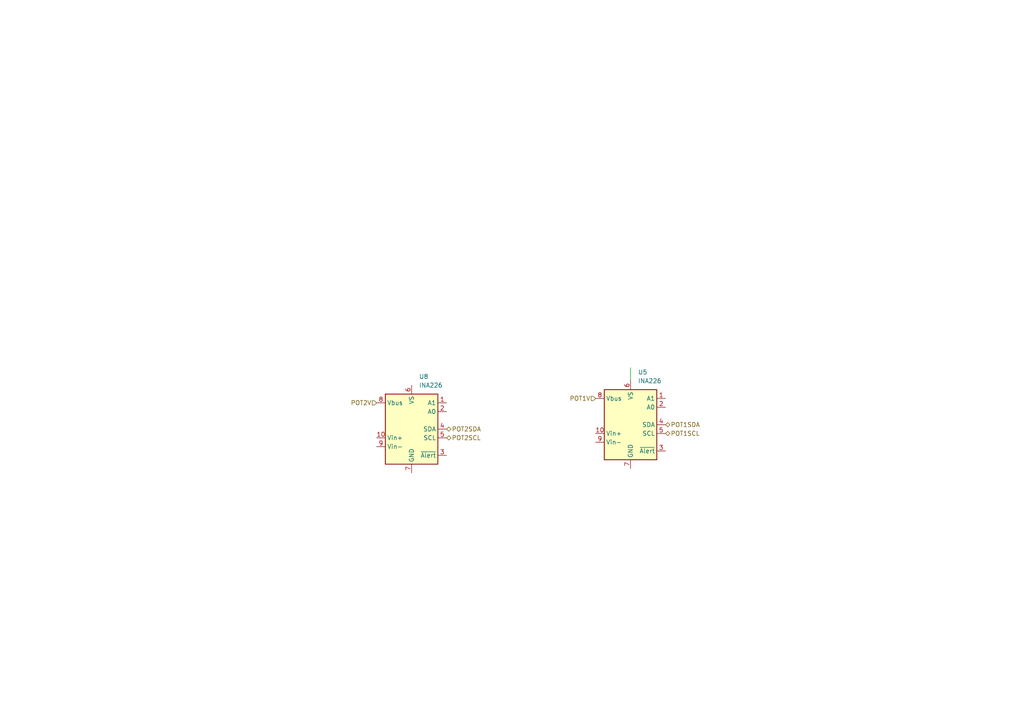
<source format=kicad_sch>
(kicad_sch (version 20250114) (generator "eeschema") (generator_version "9.0")
  (paper "A4")
  (lib_symbols
    (symbol "Sensor_Energy:INA226"
      (property "Reference" "U" (at -6.35 11.43 0))
      (property "Value" "INA226" (at 3.81 11.43 0))
      (symbol "INA226_0_1"
        (rectangle (start 7.62 10.16) (end -7.62 -10.16) (stroke (width 0.254)) (fill (type background)))
      )
      (symbol "INA226_1_1"
        (pin input line (at -10.16 7.62 0) (length 2.54) (name "Vbus") (number "8"))
        (pin input line (at -10.16 -2.54 0) (length 2.54) (name "Vin+") (number "10"))
        (pin input line (at -10.16 -5.08 0) (length 2.54) (name "Vin-") (number "9"))
        (pin power_in line (at 0 12.7 270) (length 2.54) (name "VS") (number "6"))
        (pin power_in line (at 0 -12.7 90) (length 2.54) (name "GND") (number "7"))
        (pin input line (at 10.16 7.62 180) (length 2.54) (name "A1") (number "1"))
        (pin input line (at 10.16 5.08 180) (length 2.54) (name "A0") (number "2"))
        (pin bidirectional line (at 10.16 0 180) (length 2.54) (name "SDA") (number "4"))
        (pin input line (at 10.16 -2.54 180) (length 2.54) (name "SCL") (number "5"))
        (pin open_collector line (at 10.16 -7.62 180) (length 2.54) (name "~{Alert}") (number "3"))
      )
    )
  )
  (wire (pts (xy 182.88 106.68) (xy 182.88 110.49)))
  (hierarchical_label "POT2SCL" (shape bidirectional) (at 129.54 127 0))
  (hierarchical_label "POT1SDA" (shape bidirectional) (at 193.04 123.19 0))
  (hierarchical_label "POT1SCL" (shape bidirectional) (at 193.04 125.73 0))
  (hierarchical_label "POT2V" (shape input) (at 109.22 116.84 180))
  (hierarchical_label "POT1V" (shape input) (at 172.72 115.57 180))
  (hierarchical_label "POT2SDA" (shape bidirectional) (at 129.54 124.46 0))
  (symbol (lib_id "Sensor_Energy:INA226") (at 182.88 123.19 0) (unit 1)
    (property "Reference" "U5" (at 185.0233 107.95 0) (effects (justify left)))
    (property "Value" "INA226" (at 185.0233 110.49 0) (effects (justify left)))
    (property "Footprint" "Package_SO:VSSOP-10_3x3mm_P0.5mm" (effects (hide yes)))
    (property "Datasheet" "http://www.ti.com/lit/ds/symlink/ina226.pdf" (effects (hide yes)))
    (property "Description" "High-Side or Low-Side Measurement, Bi-Directional Current and Power Monitor (0-36V) with I2C Compatible Interface, VSSOP-10" (effects (hide yes)))
  )
  (symbol (lib_id "Sensor_Energy:INA226") (at 119.38 124.46 0) (unit 1)
    (property "Reference" "U8" (at 121.5233 109.22 0) (effects (justify left)))
    (property "Value" "INA226" (at 121.5233 111.76 0) (effects (justify left)))
    (property "Footprint" "Package_SO:VSSOP-10_3x3mm_P0.5mm" (effects (hide yes)))
    (property "Datasheet" "http://www.ti.com/lit/ds/symlink/ina226.pdf" (effects (hide yes)))
    (property "Description" "High-Side or Low-Side Measurement, Bi-Directional Current and Power Monitor (0-36V) with I2C Compatible Interface, VSSOP-10" (effects (hide yes)))
  )
)
</source>
